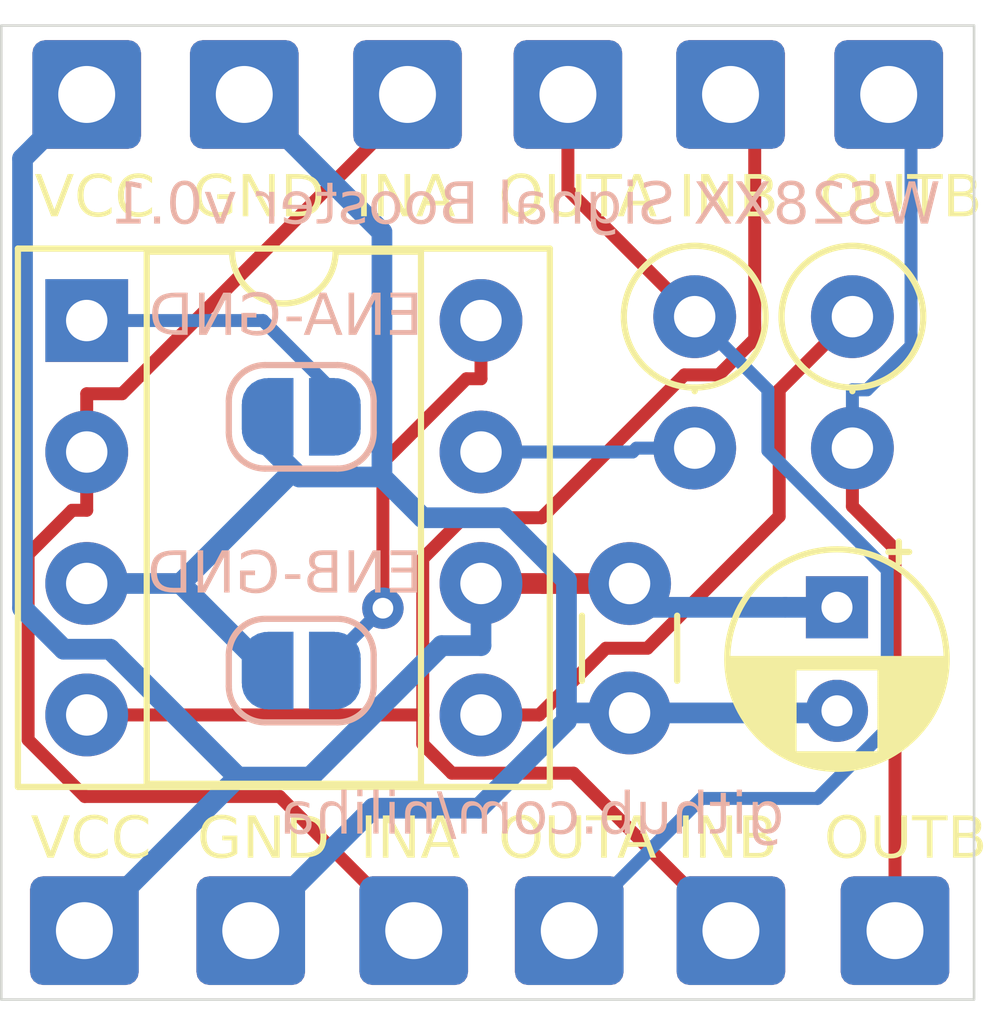
<source format=kicad_pcb>
(kicad_pcb (version 20221018) (generator pcbnew)
  (layers (0 "F.Cu" signal) (31 "B.Cu" signal) (34 "B.Paste" user) (35 "F.Paste" user) (36 "B.SilkS" user "B.Silkscreen") (37 "F.SilkS" user "F.Silkscreen") (38 "B.Mask" user) (39 "F.Mask" user) (44 "Edge.Cuts" user))
  (net 0 "")
  (net 1 "VCC")
  (net 2 "GND")
  (net 3 "Net-(JP1-B)")
  (net 4 "Net-(JP2-B)")
  (net 5 "Net-(U1-OUTA)")
  (net 6 "Net-(U1-OUTB)")
  (net 7 "INA")
  (net 8 "OUTA")
  (net 9 "INB")
  (net 10 "OUTB")
  (footprint "Connector_Wire:SolderWire-0.5sqmm_1x01_D0.9mm_OD2.1mm" (layer "F.Cu") (at 125.5758 96.774 90)
    (fp_text reference "J4" hide)
    (fp_text value "Conn_01x01" hide)
    (pad "1" thru_hole roundrect (at 0 0 90) (size 2.1 2.1) (drill 1.1) (layers "*.Cu" "*.Mask") (roundrect_rratio 0.1190480952) (net 8 "OUTA"))
  )
  (footprint "Connector_Wire:SolderWire-0.5sqmm_1x01_D0.9mm_OD2.1mm" (layer "F.Cu") (at 122.5697 96.774 90)
    (fp_text reference "J3" hide)
    (fp_text value "Conn_01x01" hide)
    (pad "1" thru_hole roundrect (at 0 0 90) (size 2.1 2.1) (drill 1.1) (layers "*.Cu" "*.Mask") (roundrect_rratio 0.1190480952) (net 7 "INA"))
  )
  (footprint "Capacitor_THT:C_Disc_D3.0mm_W1.6mm_P2.50mm" (layer "F.Cu") (at 126.7414 90.0684 -90)
    (fp_text reference "C2" hide)
    (fp_text value "0.1uF" hide)
    (fp_line (start 0.621 -0.92) (end 1.879 -0.92) (stroke (width 0.12)) (layer "F.SilkS"))
    (fp_line (start 0.621 0.92) (end 1.879 0.92) (stroke (width 0.12)) (layer "F.SilkS"))
    (pad "1" thru_hole circle (at 0 0 270) (size 1.6 1.6) (drill 0.8) (layers "*.Cu" "*.Mask") (net 1 "VCC"))
    (pad "2" thru_hole circle (at 2.5 0 270) (size 1.6 1.6) (drill 0.8) (layers "*.Cu" "*.Mask") (net 2 "GND"))
  )
  (footprint "Connector_Wire:SolderWire-0.5sqmm_1x01_D0.9mm_OD2.1mm" (layer "F.Cu") (at 128.6929 80.6196 90)
    (fp_text reference "J11" hide)
    (fp_text value "Conn_01x01" hide)
    (pad "1" thru_hole roundrect (at 0 0 90) (size 2.1 2.1) (drill 1.1) (layers "*.Cu" "*.Mask") (roundrect_rratio 0.1190480952) (net 9 "INB"))
  )
  (footprint "Connector_Wire:SolderWire-0.5sqmm_1x01_D0.9mm_OD2.1mm" (layer "F.Cu") (at 131.8715 96.774 90)
    (fp_text reference "J6" hide)
    (fp_text value "Conn_01x01" hide)
    (pad "1" thru_hole roundrect (at 0 0 90) (size 2.1 2.1) (drill 1.1) (layers "*.Cu" "*.Mask") (roundrect_rratio 0.1190480952) (net 10 "OUTB"))
  )
  (footprint "Capacitor_THT:CP_Radial_D4.0mm_P2.00mm" (layer "F.Cu") (at 130.75 90.5274 -90)
    (fp_text reference "C1" hide)
    (fp_text value "1uF" hide)
    (fp_line (start -1.269801 -1.195) (end -0.869801 -1.195) (stroke (width 0.12)) (layer "F.SilkS"))
    (fp_line (start -1.069801 -1.395) (end -1.069801 -0.995) (stroke (width 0.12)) (layer "F.SilkS"))
    (fp_line (start 1 -2.08) (end 1 2.08) (stroke (width 0.12)) (layer "F.SilkS"))
    (fp_line (start 1.04 -2.08) (end 1.04 2.08) (stroke (width 0.12)) (layer "F.SilkS"))
    (fp_line (start 1.08 -2.079) (end 1.08 2.079) (stroke (width 0.12)) (layer "F.SilkS"))
    (fp_line (start 1.12 -2.077) (end 1.12 2.077) (stroke (width 0.12)) (layer "F.SilkS"))
    (fp_line (start 1.16 -2.074) (end 1.16 2.074) (stroke (width 0.12)) (layer "F.SilkS"))
    (fp_line (start 1.2 -2.071) (end 1.2 -0.84) (stroke (width 0.12)) (layer "F.SilkS"))
    (fp_line (start 1.2 0.84) (end 1.2 2.071) (stroke (width 0.12)) (layer "F.SilkS"))
    (fp_line (start 1.24 -2.067) (end 1.24 -0.84) (stroke (width 0.12)) (layer "F.SilkS"))
    (fp_line (start 1.24 0.84) (end 1.24 2.067) (stroke (width 0.12)) (layer "F.SilkS"))
    (fp_line (start 1.28 -2.062) (end 1.28 -0.84) (stroke (width 0.12)) (layer "F.SilkS"))
    (fp_line (start 1.28 0.84) (end 1.28 2.062) (stroke (width 0.12)) (layer "F.SilkS"))
    (fp_line (start 1.32 -2.056) (end 1.32 -0.84) (stroke (width 0.12)) (layer "F.SilkS"))
    (fp_line (start 1.32 0.84) (end 1.32 2.056) (stroke (width 0.12)) (layer "F.SilkS"))
    (fp_line (start 1.36 -2.05) (end 1.36 -0.84) (stroke (width 0.12)) (layer "F.SilkS"))
    (fp_line (start 1.36 0.84) (end 1.36 2.05) (stroke (width 0.12)) (layer "F.SilkS"))
    (fp_line (start 1.4 -2.042) (end 1.4 -0.84) (stroke (width 0.12)) (layer "F.SilkS"))
    (fp_line (start 1.4 0.84) (end 1.4 2.042) (stroke (width 0.12)) (layer "F.SilkS"))
    (fp_line (start 1.44 -2.034) (end 1.44 -0.84) (stroke (width 0.12)) (layer "F.SilkS"))
    (fp_line (start 1.44 0.84) (end 1.44 2.034) (stroke (width 0.12)) (layer "F.SilkS"))
    (fp_line (start 1.48 -2.025) (end 1.48 -0.84) (stroke (width 0.12)) (layer "F.SilkS"))
    (fp_line (start 1.48 0.84) (end 1.48 2.025) (stroke (width 0.12)) (layer "F.SilkS"))
    (fp_line (start 1.52 -2.016) (end 1.52 -0.84) (stroke (width 0.12)) (layer "F.SilkS"))
    (fp_line (start 1.52 0.84) (end 1.52 2.016) (stroke (width 0.12)) (layer "F.SilkS"))
    (fp_line (start 1.56 -2.005) (end 1.56 -0.84) (stroke (width 0.12)) (layer "F.SilkS"))
    (fp_line (start 1.56 0.84) (end 1.56 2.005) (stroke (width 0.12)) (layer "F.SilkS"))
    (fp_line (start 1.6 -1.994) (end 1.6 -0.84) (stroke (width 0.12)) (layer "F.SilkS"))
    (fp_line (start 1.6 0.84) (end 1.6 1.994) (stroke (width 0.12)) (layer "F.SilkS"))
    (fp_line (start 1.64 -1.982) (end 1.64 -0.84) (stroke (width 0.12)) (layer "F.SilkS"))
    (fp_line (start 1.64 0.84) (end 1.64 1.982) (stroke (width 0.12)) (layer "F.SilkS"))
    (fp_line (start 1.68 -1.968) (end 1.68 -0.84) (stroke (width 0.12)) (layer "F.SilkS"))
    (fp_line (start 1.68 0.84) (end 1.68 1.968) (stroke (width 0.12)) (layer "F.SilkS"))
    (fp_line (start 1.721 -1.954) (end 1.721 -0.84) (stroke (width 0.12)) (layer "F.SilkS"))
    (fp_line (start 1.721 0.84) (end 1.721 1.954) (stroke (width 0.12)) (layer "F.SilkS"))
    (fp_line (start 1.761 -1.94) (end 1.761 -0.84) (stroke (width 0.12)) (layer "F.SilkS"))
    (fp_line (start 1.761 0.84) (end 1.761 1.94) (stroke (width 0.12)) (layer "F.SilkS"))
    (fp_line (start 1.801 -1.924) (end 1.801 -0.84) (stroke (width 0.12)) (layer "F.SilkS"))
    (fp_line (start 1.801 0.84) (end 1.801 1.924) (stroke (width 0.12)) (layer "F.SilkS"))
    (fp_line (start 1.841 -1.907) (end 1.841 -0.84) (stroke (width 0.12)) (layer "F.SilkS"))
    (fp_line (start 1.841 0.84) (end 1.841 1.907) (stroke (width 0.12)) (layer "F.SilkS"))
    (fp_line (start 1.881 -1.889) (end 1.881 -0.84) (stroke (width 0.12)) (layer "F.SilkS"))
    (fp_line (start 1.881 0.84) (end 1.881 1.889) (stroke (width 0.12)) (layer "F.SilkS"))
    (fp_line (start 1.921 -1.87) (end 1.921 -0.84) (stroke (width 0.12)) (layer "F.SilkS"))
    (fp_line (start 1.921 0.84) (end 1.921 1.87) (stroke (width 0.12)) (layer "F.SilkS"))
    (fp_line (start 1.961 -1.851) (end 1.961 -0.84) (stroke (width 0.12)) (layer "F.SilkS"))
    (fp_line (start 1.961 0.84) (end 1.961 1.851) (stroke (width 0.12)) (layer "F.SilkS"))
    (fp_line (start 2.001 -1.83) (end 2.001 -0.84) (stroke (width 0.12)) (layer "F.SilkS"))
    (fp_line (start 2.001 0.84) (end 2.001 1.83) (stroke (width 0.12)) (layer "F.SilkS"))
    (fp_line (start 2.041 -1.808) (end 2.041 -0.84) (stroke (width 0.12)) (layer "F.SilkS"))
    (fp_line (start 2.041 0.84) (end 2.041 1.808) (stroke (width 0.12)) (layer "F.SilkS"))
    (fp_line (start 2.081 -1.785) (end 2.081 -0.84) (stroke (width 0.12)) (layer "F.SilkS"))
    (fp_line (start 2.081 0.84) (end 2.081 1.785) (stroke (width 0.12)) (layer "F.SilkS"))
    (fp_line (start 2.121 -1.76) (end 2.121 -0.84) (stroke (width 0.12)) (layer "F.SilkS"))
    (fp_line (start 2.121 0.84) (end 2.121 1.76) (stroke (width 0.12)) (layer "F.SilkS"))
    (fp_line (start 2.161 -1.735) (end 2.161 -0.84) (stroke (width 0.12)) (layer "F.SilkS"))
    (fp_line (start 2.161 0.84) (end 2.161 1.735) (stroke (width 0.12)) (layer "F.SilkS"))
    (fp_line (start 2.201 -1.708) (end 2.201 -0.84) (stroke (width 0.12)) (layer "F.SilkS"))
    (fp_line (start 2.201 0.84) (end 2.201 1.708) (stroke (width 0.12)) (layer "F.SilkS"))
    (fp_line (start 2.241 -1.68) (end 2.241 -0.84) (stroke (width 0.12)) (layer "F.SilkS"))
    (fp_line (start 2.241 0.84) (end 2.241 1.68) (stroke (width 0.12)) (layer "F.SilkS"))
    (fp_line (start 2.281 -1.65) (end 2.281 -0.84) (stroke (width 0.12)) (layer "F.SilkS"))
    (fp_line (start 2.281 0.84) (end 2.281 1.65) (stroke (width 0.12)) (layer "F.SilkS"))
    (fp_line (start 2.321 -1.619) (end 2.321 -0.84) (stroke (width 0.12)) (layer "F.SilkS"))
    (fp_line (start 2.321 0.84) (end 2.321 1.619) (stroke (width 0.12)) (layer "F.SilkS"))
    (fp_line (start 2.361 -1.587) (end 2.361 -0.84) (stroke (width 0.12)) (layer "F.SilkS"))
    (fp_line (start 2.361 0.84) (end 2.361 1.587) (stroke (width 0.12)) (layer "F.SilkS"))
    (fp_line (start 2.401 -1.552) (end 2.401 -0.84) (stroke (width 0.12)) (layer "F.SilkS"))
    (fp_line (start 2.401 0.84) (end 2.401 1.552) (stroke (width 0.12)) (layer "F.SilkS"))
    (fp_line (start 2.441 -1.516) (end 2.441 -0.84) (stroke (width 0.12)) (layer "F.SilkS"))
    (fp_line (start 2.441 0.84) (end 2.441 1.516) (stroke (width 0.12)) (layer "F.SilkS"))
    (fp_line (start 2.481 -1.478) (end 2.481 -0.84) (stroke (width 0.12)) (layer "F.SilkS"))
    (fp_line (start 2.481 0.84) (end 2.481 1.478) (stroke (width 0.12)) (layer "F.SilkS"))
    (fp_line (start 2.521 -1.438) (end 2.521 -0.84) (stroke (width 0.12)) (layer "F.SilkS"))
    (fp_line (start 2.521 0.84) (end 2.521 1.438) (stroke (width 0.12)) (layer "F.SilkS"))
    (fp_line (start 2.561 -1.396) (end 2.561 -0.84) (stroke (width 0.12)) (layer "F.SilkS"))
    (fp_line (start 2.561 0.84) (end 2.561 1.396) (stroke (width 0.12)) (layer "F.SilkS"))
    (fp_line (start 2.601 -1.351) (end 2.601 -0.84) (stroke (width 0.12)) (layer "F.SilkS"))
    (fp_line (start 2.601 0.84) (end 2.601 1.351) (stroke (width 0.12)) (layer "F.SilkS"))
    (fp_line (start 2.641 -1.304) (end 2.641 -0.84) (stroke (width 0.12)) (layer "F.SilkS"))
    (fp_line (start 2.641 0.84) (end 2.641 1.304) (stroke (width 0.12)) (layer "F.SilkS"))
    (fp_line (start 2.681 -1.254) (end 2.681 -0.84) (stroke (width 0.12)) (layer "F.SilkS"))
    (fp_line (start 2.681 0.84) (end 2.681 1.254) (stroke (width 0.12)) (layer "F.SilkS"))
    (fp_line (start 2.721 -1.2) (end 2.721 -0.84) (stroke (width 0.12)) (layer "F.SilkS"))
    (fp_line (start 2.721 0.84) (end 2.721 1.2) (stroke (width 0.12)) (layer "F.SilkS"))
    (fp_line (start 2.761 -1.142) (end 2.761 -0.84) (stroke (width 0.12)) (layer "F.SilkS"))
    (fp_line (start 2.761 0.84) (end 2.761 1.142) (stroke (width 0.12)) (layer "F.SilkS"))
    (fp_line (start 2.801 -1.08) (end 2.801 -0.84) (stroke (width 0.12)) (layer "F.SilkS"))
    (fp_line (start 2.801 0.84) (end 2.801 1.08) (stroke (width 0.12)) (layer "F.SilkS"))
    (fp_line (start 2.841 -1.013) (end 2.841 1.013) (stroke (width 0.12)) (layer "F.SilkS"))
    (fp_line (start 2.881 -0.94) (end 2.881 0.94) (stroke (width 0.12)) (layer "F.SilkS"))
    (fp_line (start 2.921 -0.859) (end 2.921 0.859) (stroke (width 0.12)) (layer "F.SilkS"))
    (fp_line (start 2.961 -0.768) (end 2.961 0.768) (stroke (width 0.12)) (layer "F.SilkS"))
    (fp_line (start 3.001 -0.664) (end 3.001 0.664) (stroke (width 0.12)) (layer "F.SilkS"))
    (fp_line (start 3.041 -0.537) (end 3.041 0.537) (stroke (width 0.12)) (layer "F.SilkS"))
    (fp_line (start 3.081 -0.37) (end 3.081 0.37) (stroke (width 0.12)) (layer "F.SilkS"))
    (fp_circle (center 1 0) (end 3.12 0) (stroke (width 0.12)) (fill none) (layer "F.SilkS"))
    (pad "1" thru_hole rect (at 0 0 270) (size 1.2 1.2) (drill 0.6) (layers "*.Cu" "*.Mask") (net 1 "VCC"))
    (pad "2" thru_hole circle (at 2 0 270) (size 1.2 1.2) (drill 0.6) (layers "*.Cu" "*.Mask") (net 2 "GND"))
  )
  (footprint "Resistor_THT:R_Axial_DIN0207_L6.3mm_D2.5mm_P2.54mm_Vertical" (layer "F.Cu") (at 131.048 84.9122 -90)
    (fp_text reference "R2" hide)
    (fp_text value "33R" hide)
    (fp_line (start 1.37 0) (end 1.44 0) (stroke (width 0.12)) (layer "F.SilkS"))
    (fp_circle (center 0 0) (end 1.37 0) (stroke (width 0.12)) (fill none) (layer "F.SilkS"))
    (pad "1" thru_hole circle (at 0 0 270) (size 1.6 1.6) (drill 0.8) (layers "*.Cu" "*.Mask") (net 6 "Net-(U1-OUTB)"))
    (pad "2" thru_hole oval (at 2.54 0 270) (size 1.6 1.6) (drill 0.8) (layers "*.Cu" "*.Mask") (net 10 "OUTB"))
  )
  (footprint "Connector_Wire:SolderWire-0.5sqmm_1x01_D0.9mm_OD2.1mm" (layer "F.Cu") (at 128.7 96.774 90)
    (fp_text reference "J5" hide)
    (fp_text value "Conn_01x01" hide)
    (pad "1" thru_hole roundrect (at 0 0 90) (size 2.1 2.1) (drill 1.1) (layers "*.Cu" "*.Mask") (roundrect_rratio 0.1190480952) (net 9 "INB"))
  )
  (footprint "Connector_Wire:SolderWire-0.5sqmm_1x01_D0.9mm_OD2.1mm" (layer "F.Cu") (at 116.2498 80.6196 90)
    (fp_text reference "J7" hide)
    (fp_text value "Conn_01x01" hide)
    (pad "1" thru_hole roundrect (at 0 0 90) (size 2.1 2.1) (drill 1.1) (layers "*.Cu" "*.Mask") (roundrect_rratio 0.1190480952) (net 1 "VCC"))
  )
  (footprint "Connector_Wire:SolderWire-0.5sqmm_1x01_D0.9mm_OD2.1mm" (layer "F.Cu") (at 119.4201 96.774 90)
    (fp_text reference "J2" hide)
    (fp_text value "Conn_01x01" hide)
    (pad "1" thru_hole roundrect (at 0 0 90) (size 2.1 2.1) (drill 1.1) (layers "*.Cu" "*.Mask") (roundrect_rratio 0.1190480952) (net 2 "GND"))
  )
  (footprint "Connector_Wire:SolderWire-0.5sqmm_1x01_D0.9mm_OD2.1mm" (layer "F.Cu") (at 125.5498 80.6196 90)
    (fp_text reference "J10" hide)
    (fp_text value "Conn_01x01" hide)
    (pad "1" thru_hole roundrect (at 0 0 90) (size 2.1 2.1) (drill 1.1) (layers "*.Cu" "*.Mask") (roundrect_rratio 0.1190480952) (net 8 "OUTA"))
  )
  (footprint "Connector_Wire:SolderWire-0.5sqmm_1x01_D0.9mm_OD2.1mm" (layer "F.Cu") (at 122.4498 80.6196 90)
    (fp_text reference "J9" hide)
    (fp_text value "Conn_01x01" hide)
    (pad "1" thru_hole roundrect (at 0 0 90) (size 2.1 2.1) (drill 1.1) (layers "*.Cu" "*.Mask") (roundrect_rratio 0.1190480952) (net 7 "INA"))
  )
  (footprint "Connector_Wire:SolderWire-0.5sqmm_1x01_D0.9mm_OD2.1mm" (layer "F.Cu") (at 131.7498 80.6196 90)
    (fp_text reference "J12" hide)
    (fp_text value "Conn_01x01" hide)
    (pad "1" thru_hole roundrect (at 0 0 90) (size 2.1 2.1) (drill 1.1) (layers "*.Cu" "*.Mask") (roundrect_rratio 0.1190480952) (net 10 "OUTB"))
  )
  (footprint "Connector_Wire:SolderWire-0.5sqmm_1x01_D0.9mm_OD2.1mm" (layer "F.Cu") (at 116.205 96.774 90)
    (fp_text reference "J1" hide)
    (fp_text value "Conn_01x01" hide)
    (pad "1" thru_hole roundrect (at 0 0 90) (size 2.1 2.1) (drill 1.1) (layers "*.Cu" "*.Mask") (roundrect_rratio 0.1190480952) (net 1 "VCC"))
  )
  (footprint "Connector_Wire:SolderWire-0.5sqmm_1x01_D0.9mm_OD2.1mm" (layer "F.Cu") (at 119.2949 80.6196 90)
    (fp_text reference "J8" hide)
    (fp_text value "Conn_01x01" hide)
    (pad "1" thru_hole roundrect (at 0 0 90) (size 2.1 2.1) (drill 1.1) (layers "*.Cu" "*.Mask") (roundrect_rratio 0.1190480952) (net 2 "GND"))
  )
  (footprint "Package_DIP:DIP-8_W7.62mm_Socket" (layer "F.Cu") (at 116.25 84.9872)
    (fp_text reference "U1" hide)
    (fp_text value "IXDD604PI" hide)
    (fp_line (start -1.33 -1.39) (end -1.33 9.01) (stroke (width 0.12)) (layer "F.SilkS"))
    (fp_line (start -1.33 9.01) (end 8.95 9.01) (stroke (width 0.12)) (layer "F.SilkS"))
    (fp_line (start 1.16 -1.33) (end 1.16 8.95) (stroke (width 0.12)) (layer "F.SilkS"))
    (fp_line (start 1.16 8.95) (end 6.46 8.95) (stroke (width 0.12)) (layer "F.SilkS"))
    (fp_line (start 2.81 -1.33) (end 1.16 -1.33) (stroke (width 0.12)) (layer "F.SilkS"))
    (fp_line (start 6.46 -1.33) (end 4.81 -1.33) (stroke (width 0.12)) (layer "F.SilkS"))
    (fp_line (start 6.46 8.95) (end 6.46 -1.33) (stroke (width 0.12)) (layer "F.SilkS"))
    (fp_line (start 8.95 -1.39) (end -1.33 -1.39) (stroke (width 0.12)) (layer "F.SilkS"))
    (fp_line (start 8.95 9.01) (end 8.95 -1.39) (stroke (width 0.12)) (layer "F.SilkS"))
    (fp_arc (start 4.81 -1.33) (mid 3.81 -0.33) (end 2.81 -1.33) (stroke (width 0.12)) (layer "F.SilkS"))
    (pad "1" thru_hole rect (at 0 0) (size 1.6 1.6) (drill 0.8) (layers "*.Cu" "*.Mask") (net 3 "Net-(JP1-B)"))
    (pad "2" thru_hole oval (at 0 2.54) (size 1.6 1.6) (drill 0.8) (layers "*.Cu" "*.Mask") (net 7 "INA"))
    (pad "3" thru_hole oval (at 0 5.08) (size 1.6 1.6) (drill 0.8) (layers "*.Cu" "*.Mask") (net 2 "GND"))
    (pad "4" thru_hole oval (at 0 7.62) (size 1.6 1.6) (drill 0.8) (layers "*.Cu" "*.Mask") (net 9 "INB"))
    (pad "5" thru_hole oval (at 7.62 7.62) (size 1.6 1.6) (drill 0.8) (layers "*.Cu" "*.Mask") (net 6 "Net-(U1-OUTB)"))
    (pad "6" thru_hole oval (at 7.62 5.08) (size 1.6 1.6) (drill 0.8) (layers "*.Cu" "*.Mask") (net 1 "VCC"))
    (pad "7" thru_hole oval (at 7.62 2.54) (size 1.6 1.6) (drill 0.8) (layers "*.Cu" "*.Mask") (net 5 "Net-(U1-OUTA)"))
    (pad "8" thru_hole oval (at 7.62 0) (size 1.6 1.6) (drill 0.8) (layers "*.Cu" "*.Mask") (net 4 "Net-(JP2-B)"))
  )
  (footprint "Resistor_THT:R_Axial_DIN0207_L6.3mm_D2.5mm_P2.54mm_Vertical" (layer "F.Cu") (at 128 84.9122 -90)
    (fp_text reference "R1" hide)
    (fp_text value "33R" hide)
    (fp_line (start 1.37 0) (end 1.44 0) (stroke (width 0.12)) (layer "F.SilkS"))
    (fp_circle (center 0 0) (end 1.37 0) (stroke (width 0.12)) (fill none) (layer "F.SilkS"))
    (pad "1" thru_hole circle (at 0 0 270) (size 1.6 1.6) (drill 0.8) (layers "*.Cu" "*.Mask") (net 8 "OUTA"))
    (pad "2" thru_hole oval (at 2.54 0 270) (size 1.6 1.6) (drill 0.8) (layers "*.Cu" "*.Mask") (net 5 "Net-(U1-OUTA)"))
  )
  (footprint "Jumper:SolderJumper-2_P1.3mm_Open_RoundedPad1.0x1.5mm" (layer "B.Cu") (at 120.396 86.8478)
    (fp_text reference "JP1" hide)
    (fp_text value "SolderJumper_2_Open" hide)
    (fp_line (start -1.4 -0.3) (end -1.4 0.3) (stroke (width 0.12)) (layer "B.SilkS"))
    (fp_line (start -0.7 1) (end 0.7 1) (stroke (width 0.12)) (layer "B.SilkS"))
    (fp_line (start 0.7 -1) (end -0.7 -1) (stroke (width 0.12)) (layer "B.SilkS"))
    (fp_line (start 1.4 0.3) (end 1.4 -0.3) (stroke (width 0.12)) (layer "B.SilkS"))
    (fp_arc (start -1.4 -0.3) (mid -1.194975 -0.794975) (end -0.7 -1) (stroke (width 0.12)) (layer "B.SilkS"))
    (fp_arc (start -0.7 1) (mid -1.194975 0.794975) (end -1.4 0.3) (stroke (width 0.12)) (layer "B.SilkS"))
    (fp_arc (start 0.7 -1) (mid 1.194975 -0.794975) (end 1.4 -0.3) (stroke (width 0.12)) (layer "B.SilkS"))
    (fp_arc (start 1.4 0.3) (mid 1.194975 0.794975) (end 0.7 1) (stroke (width 0.12)) (layer "B.SilkS"))
    (pad "1" smd custom (at -0.65 0) (size 1 0.5) (layers "B.Cu" "B.Mask") (net 2 "GND") (options (clearance outline) (anchor rect)) (primitives (gr_circle (center 0 -0.25) (end 0.5 -0.25) (width 0) (fill yes)) (gr_circle (center 0 0.25) (end 0.5 0.25) (width 0) (fill yes)) (gr_poly (pts (xy 0.5 -0.75) (xy 0 -0.75) (xy 0 0.75) (xy 0.5 0.75)) (width 0) (fill yes))))
    (pad "2" smd custom (at 0.65 0) (size 1 0.5) (layers "B.Cu" "B.Mask") (net 3 "Net-(JP1-B)") (options (clearance outline) (anchor rect)) (primitives (gr_circle (center 0 -0.25) (end 0.5 -0.25) (width 0) (fill yes)) (gr_circle (center 0 0.25) (end 0.5 0.25) (width 0) (fill yes)) (gr_poly (pts (xy 0 -0.75) (xy -0.5 -0.75) (xy -0.5 0.75) (xy 0 0.75)) (width 0) (fill yes))))
  )
  (footprint "Jumper:SolderJumper-2_P1.3mm_Open_RoundedPad1.0x1.5mm" (layer "B.Cu") (at 120.396 91.75)
    (fp_text reference "JP2" hide)
    (fp_text value "SolderJumper_2_Open" hide)
    (fp_line (start -1.4 -0.3) (end -1.4 0.3) (stroke (width 0.12)) (layer "B.SilkS"))
    (fp_line (start -0.7 1) (end 0.7 1) (stroke (width 0.12)) (layer "B.SilkS"))
    (fp_line (start 0.7 -1) (end -0.7 -1) (stroke (width 0.12)) (layer "B.SilkS"))
    (fp_line (start 1.4 0.3) (end 1.4 -0.3) (stroke (width 0.12)) (layer "B.SilkS"))
    (fp_arc (start -1.4 -0.3) (mid -1.194975 -0.794975) (end -0.7 -1) (stroke (width 0.12)) (layer "B.SilkS"))
    (fp_arc (start -0.7 1) (mid -1.194975 0.794975) (end -1.4 0.3) (stroke (width 0.12)) (layer "B.SilkS"))
    (fp_arc (start 0.7 -1) (mid 1.194975 -0.794975) (end 1.4 -0.3) (stroke (width 0.12)) (layer "B.SilkS"))
    (fp_arc (start 1.4 0.3) (mid 1.194975 0.794975) (end 0.7 1) (stroke (width 0.12)) (layer "B.SilkS"))
    (pad "1" smd custom (at -0.65 0) (size 1 0.5) (layers "B.Cu" "B.Mask") (net 2 "GND") (options (clearance outline) (anchor rect)) (primitives (gr_circle (center 0 -0.25) (end 0.5 -0.25) (width 0) (fill yes)) (gr_circle (center 0 0.25) (end 0.5 0.25) (width 0) (fill yes)) (gr_poly (pts (xy 0.5 -0.75) (xy 0 -0.75) (xy 0 0.75) (xy 0.5 0.75)) (width 0) (fill yes))))
    (pad "2" smd custom (at 0.65 0) (size 1 0.5) (layers "B.Cu" "B.Mask") (net 4 "Net-(JP2-B)") (options (clearance outline) (anchor rect)) (primitives (gr_circle (center 0 -0.25) (end 0.5 -0.25) (width 0) (fill yes)) (gr_circle (center 0 0.25) (end 0.5 0.25) (width 0) (fill yes)) (gr_poly (pts (xy 0 -0.75) (xy -0.5 -0.75) (xy -0.5 0.75) (xy 0 0.75)) (width 0) (fill yes))))
  )
  (gr_rect (start 114.599 79.2883) (end 133.399 98.1053) (stroke (width 0.05)) (fill none) (layer "Edge.Cuts"))
  (gr_text "WS28XX Signal Booster v0.1" (at 132.75 83.25) (layer "B.SilkS") (effects (font (size 0.8 0.8)) (justify left bottom mirror)))
  (gr_text "github.com/niliha" (at 129.728813 95.0356) (layer "B.SilkS") (effects (font (size 0.8 0.8)) (justify left bottom mirror)))
  (gr_text "ENA-GND" (at 122.745812 85.4) (layer "B.SilkS") (effects (font (size 0.8 0.8)) (justify left bottom mirror)))
  (gr_text "ENB-GND" (at 122.745812 90.3784) (layer "B.SilkS") (effects (font (size 0.8 0.8)) (justify left bottom mirror)))
  (gr_text "OUTA" (at 124.204251 95.5) (layer "F.SilkS") (effects (font (size 0.8 0.8)) (justify left bottom)))
  (gr_text "OUTB" (at 130.5 95.5) (layer "F.SilkS") (effects (font (size 0.8 0.8)) (justify left bottom)))
  (gr_text "OUTA" (at 124.207051 83.1088) (layer "F.SilkS") (effects (font (size 0.8 0.8)) (justify left bottom)))
  (gr_text "INB" (at 127.664138 95.5) (layer "F.SilkS") (effects (font (size 0.8 0.8)) (justify left bottom)))
  (gr_text "INA" (at 121.5338 95.5) (layer "F.SilkS") (effects (font (size 0.8 0.8)) (justify left bottom)))
  (gr_text "INA" (at 121.442738 83.1088) (layer "F.SilkS") (effects (font (size 0.8 0.8)) (justify left bottom)))
  (gr_text "GND" (at 118.3842 95.5) (layer "F.SilkS") (effects (font (size 0.8 0.8)) (justify left bottom)))
  (gr_text "GND" (at 118.2878 83.1088) (layer "F.SilkS") (effects (font (size 0.8 0.8)) (justify left bottom)))
  (gr_text "VCC" (at 115.242738 83.1088) (layer "F.SilkS") (effects (font (size 0.8 0.8)) (justify left bottom)))
  (gr_text "OUTB" (at 130.407051 83.1088) (layer "F.SilkS") (effects (font (size 0.8 0.8)) (justify left bottom)))
  (gr_text "INB" (at 127.6858 83.1088) (layer "F.SilkS") (effects (font (size 0.8 0.8)) (justify left bottom)))
  (gr_text "VCC" (at 115.169138 95.5) (layer "F.SilkS") (effects (font (size 0.8 0.8)) (justify left bottom)))
  (segment (start 123.87 90.0672) (end 125.0703 90.0672) (width 0.4) (layer "F.Cu") (net 1))
  (segment (start 125.0715 90.0684) (end 125.0703 90.0672) (width 0.4) (layer "F.Cu") (net 1))
  (segment (start 126.7414 90.0684) (end 125.0715 90.0684) (width 0.4) (layer "F.Cu") (net 1))
  (segment (start 116.2498 80.6196) (end 115.0094 81.86) (width 0.4) (layer "B.Cu") (net 1))
  (segment (start 130.75 90.5274) (end 129.7497 90.5274) (width 0.4) (layer "B.Cu") (net 1))
  (segment (start 120.5695 93.8076) (end 119.1714 93.8076) (width 0.4) (layer "B.Cu") (net 1))
  (segment (start 115.0094 81.86) (end 115.0094 90.5419) (width 0.4) (layer "B.Cu") (net 1))
  (segment (start 127.2004 90.5274) (end 129.7497 90.5274) (width 0.4) (layer "B.Cu") (net 1))
  (segment (start 126.7414 90.0684) (end 127.2004 90.5274) (width 0.4) (layer "B.Cu") (net 1))
  (segment (start 119.1714 93.8076) (end 116.205 96.774) (width 0.4) (layer "B.Cu") (net 1))
  (segment (start 115.8047 91.3372) (end 116.701 91.3372) (width 0.4) (layer "B.Cu") (net 1))
  (segment (start 123.1096 91.2675) (end 120.5695 93.8076) (width 0.4) (layer "B.Cu") (net 1))
  (segment (start 123.87 90.0672) (end 123.87 91.2675) (width 0.4) (layer "B.Cu") (net 1))
  (segment (start 115.0094 90.5419) (end 115.8047 91.3372) (width 0.4) (layer "B.Cu") (net 1))
  (segment (start 123.87 91.2675) (end 123.1096 91.2675) (width 0.4) (layer "B.Cu") (net 1))
  (segment (start 116.701 91.3372) (end 119.1714 93.8076) (width 0.4) (layer "B.Cu") (net 1))
  (segment (start 120.3584 88.0098) (end 120.2395 87.8909) (width 0.4) (layer "B.Cu") (net 2))
  (segment (start 122.7434 88.7972) (end 124.3103 88.7972) (width 0.4) (layer "B.Cu") (net 2))
  (segment (start 121.956 83.2807) (end 121.956 88.0098) (width 0.4) (layer "B.Cu") (net 2))
  (segment (start 120.2395 87.8909) (end 118.0632 90.0672) (width 0.4) (layer "B.Cu") (net 2))
  (segment (start 118.0632 90.0672) (end 119.746 91.75) (width 0.4) (layer "B.Cu") (net 2))
  (segment (start 116.25 90.0672) (end 116.8502 90.0672) (width 0.4) (layer "B.Cu") (net 2))
  (segment (start 119.4201 96.774) (end 121.7861 94.408) (width 0.4) (layer "B.Cu") (net 2))
  (segment (start 125.5217 90.0086) (end 125.5217 92.5684) (width 0.4) (layer "B.Cu") (net 2))
  (segment (start 116.8502 90.0672) (end 118.0632 90.0672) (width 0.4) (layer "B.Cu") (net 2))
  (segment (start 130.75 92.5274) (end 130.709 92.5684) (width 0.4) (layer "B.Cu") (net 2))
  (segment (start 121.956 88.0098) (end 120.3584 88.0098) (width 0.4) (layer "B.Cu") (net 2))
  (segment (start 125.5217 92.7209) (end 125.5217 92.5684) (width 0.4) (layer "B.Cu") (net 2))
  (segment (start 130.709 92.5684) (end 126.7414 92.5684) (width 0.4) (layer "B.Cu") (net 2))
  (segment (start 123.8346 94.408) (end 125.5217 92.7209) (width 0.4) (layer "B.Cu") (net 2))
  (segment (start 124.3103 88.7972) (end 125.5217 90.0086) (width 0.4) (layer "B.Cu") (net 2))
  (segment (start 120.2395 87.8909) (end 119.746 87.3974) (width 0.4) (layer "B.Cu") (net 2))
  (segment (start 119.746 87.3974) (end 119.746 86.8478) (width 0.4) (layer "B.Cu") (net 2))
  (segment (start 121.7861 94.408) (end 123.8346 94.408) (width 0.4) (layer "B.Cu") (net 2))
  (segment (start 121.956 88.0098) (end 122.7434 88.7972) (width 0.4) (layer "B.Cu") (net 2))
  (segment (start 119.2949 80.6196) (end 121.956 83.2807) (width 0.4) (layer "B.Cu") (net 2))
  (segment (start 125.5217 92.5684) (end 126.7414 92.5684) (width 0.4) (layer "B.Cu") (net 2))
  (segment (start 119.6566 84.9872) (end 121.046 86.3766) (width 0.25) (layer "B.Cu") (net 3))
  (segment (start 117.3753 84.9872) (end 119.6566 84.9872) (width 0.25) (layer "B.Cu") (net 3))
  (segment (start 121.046 86.3766) (end 121.046 86.8478) (width 0.25) (layer "B.Cu") (net 3))
  (segment (start 116.25 84.9872) (end 117.3753 84.9872) (width 0.25) (layer "B.Cu") (net 3))
  (segment (start 123.5887 86.1125) (end 121.9743 87.7269) (width 0.25) (layer "F.Cu") (net 4))
  (segment (start 121.9743 87.7269) (end 121.9743 90.5447) (width 0.25) (layer "F.Cu") (net 4))
  (segment (start 123.87 84.9872) (end 123.87 86.1125) (width 0.25) (layer "F.Cu") (net 4))
  (segment (start 123.87 86.1125) (end 123.5887 86.1125) (width 0.25) (layer "F.Cu") (net 4))
  (via (at 121.9743 90.5447) (size 0.8) (drill 0.4) (layers "F.Cu" "B.Cu") (net 4))
  (segment (start 121.046 91.75) (end 121.046 91.473) (width 0.25) (layer "B.Cu") (net 4))
  (segment (start 121.046 91.473) (end 121.9743 90.5447) (width 0.25) (layer "B.Cu") (net 4))
  (segment (start 123.87 87.5272) (end 126.7997 87.5272) (width 0.25) (layer "B.Cu") (net 5))
  (segment (start 128 87.4522) (end 126.8747 87.4522) (width 0.25) (layer "B.Cu") (net 5))
  (segment (start 126.7997 87.5272) (end 126.8747 87.4522) (width 0.25) (layer "B.Cu") (net 5))
  (segment (start 127.0855 91.3184) (end 129.6334 88.7705) (width 0.25) (layer "F.Cu") (net 6))
  (segment (start 129.6334 88.7705) (end 129.6334 86.3268) (width 0.25) (layer "F.Cu") (net 6))
  (segment (start 126.2841 91.3184) (end 127.0855 91.3184) (width 0.25) (layer "F.Cu") (net 6))
  (segment (start 129.6334 86.3268) (end 131.048 84.9122) (width 0.25) (layer "F.Cu") (net 6))
  (segment (start 124.9953 92.6072) (end 126.2841 91.3184) (width 0.25) (layer "F.Cu") (net 6))
  (segment (start 123.87 92.6072) (end 124.9953 92.6072) (width 0.25) (layer "F.Cu") (net 6))
  (segment (start 116.2127 94.1829) (end 119.9786 94.1829) (width 0.25) (layer "F.Cu") (net 7))
  (segment (start 115.1173 93.0875) (end 116.2127 94.1829) (width 0.25) (layer "F.Cu") (net 7))
  (segment (start 115.9687 88.6525) (end 115.1173 89.5039) (width 0.25) (layer "F.Cu") (net 7))
  (segment (start 116.25 86.9645) (end 116.25 86.4019) (width 0.25) (layer "F.Cu") (net 7))
  (segment (start 115.1173 89.5039) (end 115.1173 93.0875) (width 0.25) (layer "F.Cu") (net 7))
  (segment (start 119.9786 94.1829) (end 122.5697 96.774) (width 0.25) (layer "F.Cu") (net 7))
  (segment (start 116.25 87.5272) (end 116.25 88.6525) (width 0.25) (layer "F.Cu") (net 7))
  (segment (start 116.9329 86.4019) (end 122.4498 80.885) (width 0.25) (layer "F.Cu") (net 7))
  (segment (start 116.25 88.6525) (end 115.9687 88.6525) (width 0.25) (layer "F.Cu") (net 7))
  (segment (start 116.25 86.9645) (end 116.25 87.5272) (width 0.25) (layer "F.Cu") (net 7))
  (segment (start 116.25 86.4019) (end 116.9329 86.4019) (width 0.25) (layer "F.Cu") (net 7))
  (segment (start 122.4498 80.885) (end 122.4498 80.6196) (width 0.25) (layer "F.Cu") (net 7))
  (segment (start 125.5498 82.462) (end 125.5498 80.6196) (width 0.25) (layer "F.Cu") (net 8))
  (segment (start 128 84.9122) (end 125.5498 82.462) (width 0.25) (layer "F.Cu") (net 8))
  (segment (start 129.4146 86.3268) (end 128 84.9122) (width 0.25) (layer "B.Cu") (net 8))
  (segment (start 129.4146 87.5016) (end 129.4146 86.3268) (width 0.25) (layer "B.Cu") (net 8))
  (segment (start 128.1296 94.2202) (end 130.3726 94.2202) (width 0.25) (layer "B.Cu") (net 8))
  (segment (start 130.3726 94.2202) (end 131.7215 92.8713) (width 0.25) (layer "B.Cu") (net 8))
  (segment (start 125.5758 96.774) (end 128.1296 94.2202) (width 0.25) (layer "B.Cu") (net 8))
  (segment (start 131.7215 89.8085) (end 129.4146 87.5016) (width 0.25) (layer "B.Cu") (net 8))
  (segment (start 131.7215 92.8713) (end 131.7215 89.8085) (width 0.25) (layer "B.Cu") (net 8))
  (segment (start 128.6929 80.6196) (end 129.1604 81.0871) (width 0.25) (layer "F.Cu") (net 9))
  (segment (start 117.3753 92.6072) (end 122.7446 92.6072) (width 0.25) (layer "F.Cu") (net 9))
  (segment (start 127.8011 86.0376) (end 125.0415 88.7972) (width 0.25) (layer "F.Cu") (net 9))
  (segment (start 116.25 92.6072) (end 117.3753 92.6072) (width 0.25) (layer "F.Cu") (net 9))
  (segment (start 125.0415 88.7972) (end 123.5341 88.7972) (width 0.25) (layer "F.Cu") (net 9))
  (segment (start 123.5341 88.7972) (end 122.7446 89.5867) (width 0.25) (layer "F.Cu") (net 9))
  (segment (start 123.3072 93.7325) (end 125.6585 93.7325) (width 0.25) (layer "F.Cu") (net 9))
  (segment (start 129.1604 85.3433) (end 128.4661 86.0376) (width 0.25) (layer "F.Cu") (net 9))
  (segment (start 129.1604 81.0871) (end 129.1604 85.3433) (width 0.25) (layer "F.Cu") (net 9))
  (segment (start 122.7446 92.6072) (end 122.7446 93.1699) (width 0.25) (layer "F.Cu") (net 9))
  (segment (start 125.6585 93.7325) (end 128.7 96.774) (width 0.25) (layer "F.Cu") (net 9))
  (segment (start 122.7446 93.1699) (end 123.3072 93.7325) (width 0.25) (layer "F.Cu") (net 9))
  (segment (start 128.4661 86.0376) (end 127.8011 86.0376) (width 0.25) (layer "F.Cu") (net 9))
  (segment (start 122.7446 89.5867) (end 122.7446 92.6072) (width 0.25) (layer "F.Cu") (net 9))
  (segment (start 131.048 87.4522) (end 131.048 88.5775) (width 0.25) (layer "F.Cu") (net 10))
  (segment (start 131.8715 89.401) (end 131.8715 96.774) (width 0.25) (layer "F.Cu") (net 10))
  (segment (start 131.048 88.5775) (end 131.8715 89.401) (width 0.25) (layer "F.Cu") (net 10))
  (segment (start 132.1809 85.4753) (end 132.1809 81.0507) (width 0.25) (layer "B.Cu") (net 10))
  (segment (start 131.048 87.4522) (end 131.048 86.3269) (width 0.25) (layer "B.Cu") (net 10))
  (segment (start 131.048 86.3269) (end 131.3293 86.3269) (width 0.25) (layer "B.Cu") (net 10))
  (segment (start 132.1809 81.0507) (end 131.7498 80.6196) (width 0.25) (layer "B.Cu") (net 10))
  (segment (start 131.3293 86.3269) (end 132.1809 85.4753) (width 0.25) (layer "B.Cu") (net 10))
)
</source>
